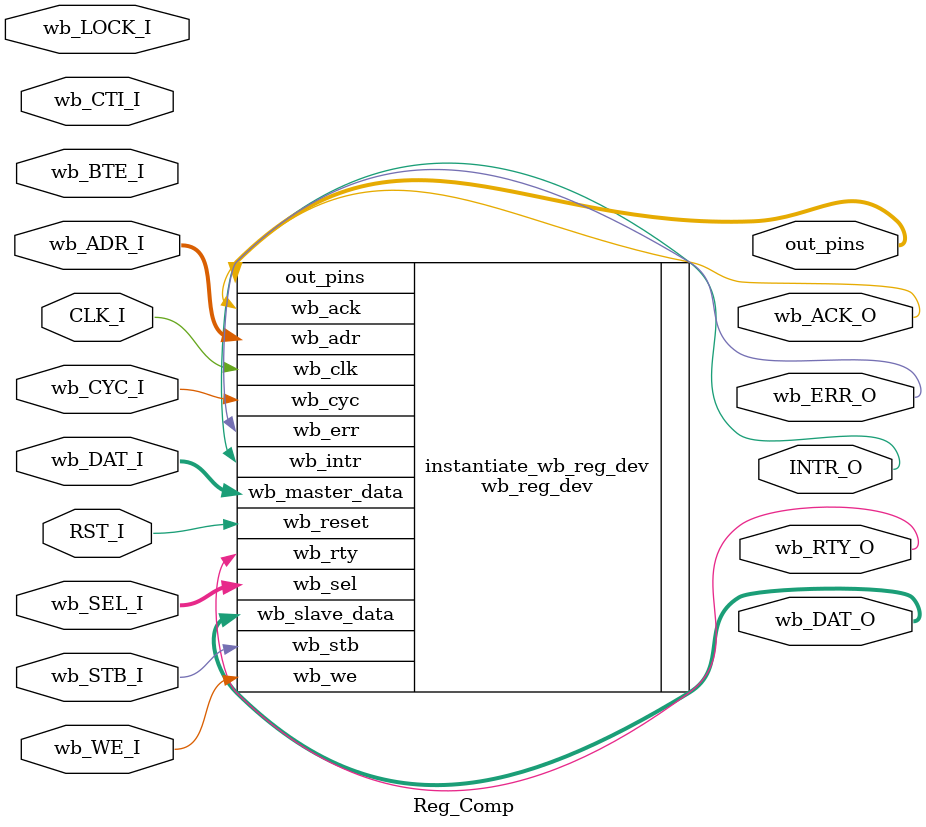
<source format=v>

`include "system_conf.v"
module Reg_Comp #(
    parameter reg_08_int_val = 305441741,
    parameter CLK_MHZ = 100)
    (

          // wishbone slave signals
          input[31:0] wb_ADR_I,
          input[31:0] wb_DAT_I,
          input wb_WE_I,
          input[3:0] wb_SEL_I,
          input wb_STB_I,
          input wb_CYC_I,
          input wb_LOCK_I,
          input[2:0] wb_CTI_I,
          input[1:0] wb_BTE_I,
          output[31:0] wb_DAT_O,
          output wb_ACK_O,
          output wb_ERR_O,
          output wb_RTY_O,

          // external signals
          output [7:0] out_pins,

          input CLK_I,
          input RST_I,
          output INTR_O  );


          // Instantiate user's custom module
          wb_reg_dev #( 
              .reg_08_int_val (reg_08_int_val),
              .CLK_MHZ (CLK_MHZ) )
          instantiate_wb_reg_dev (

                // Connect Wishbone slave
               .wb_adr(wb_ADR_I),
               .wb_master_data(wb_DAT_I),
               .wb_we(wb_WE_I),
               .wb_sel(wb_SEL_I),
               .wb_stb(wb_STB_I),
               .wb_cyc(wb_CYC_I),
               .wb_slave_data(wb_DAT_O),
               .wb_ack(wb_ACK_O),
               .wb_err(wb_ERR_O),
               .wb_rty(wb_RTY_O),

                // Connect External signals
               .out_pins(out_pins),

               .wb_clk(CLK_I),
               .wb_reset(RST_I),
               .wb_intr(INTR_O) );

endmodule

</source>
